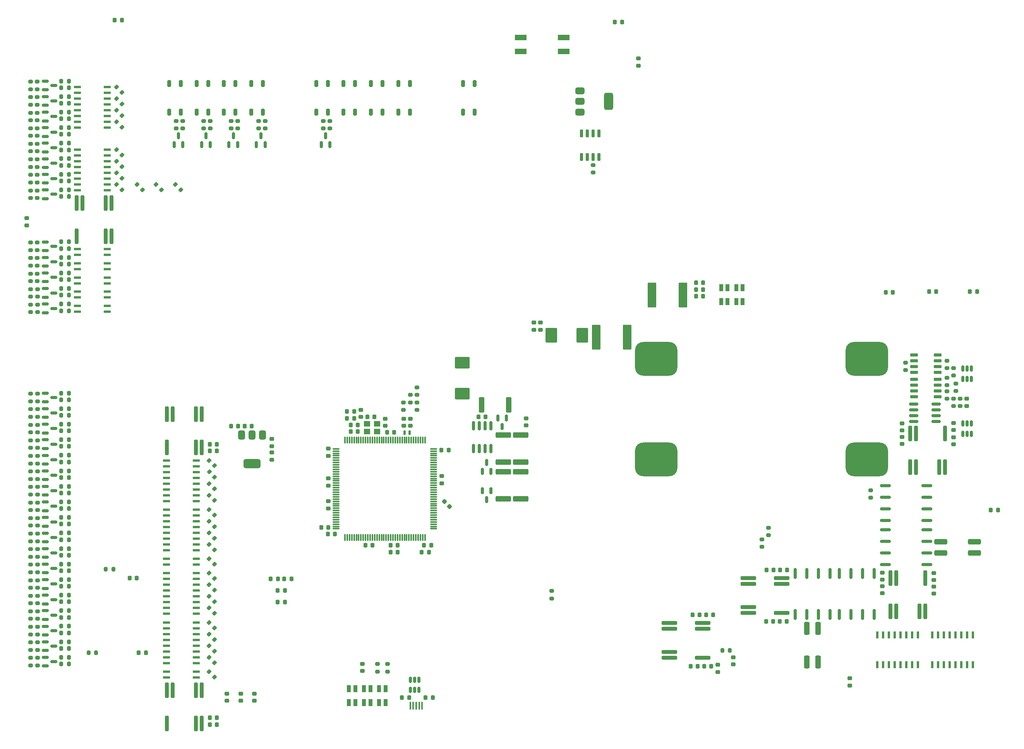
<source format=gtp>
G04 #@! TF.GenerationSoftware,KiCad,Pcbnew,8.0.1*
G04 #@! TF.CreationDate,2024-06-07T00:32:30+03:00*
G04 #@! TF.ProjectId,impeller18,696d7065-6c6c-4657-9231-382e6b696361,rev?*
G04 #@! TF.SameCoordinates,Original*
G04 #@! TF.FileFunction,Paste,Top*
G04 #@! TF.FilePolarity,Positive*
%FSLAX46Y46*%
G04 Gerber Fmt 4.6, Leading zero omitted, Abs format (unit mm)*
G04 Created by KiCad (PCBNEW 8.0.1) date 2024-06-07 00:32:30*
%MOMM*%
%LPD*%
G01*
G04 APERTURE LIST*
G04 Aperture macros list*
%AMRoundRect*
0 Rectangle with rounded corners*
0 $1 Rounding radius*
0 $2 $3 $4 $5 $6 $7 $8 $9 X,Y pos of 4 corners*
0 Add a 4 corners polygon primitive as box body*
4,1,4,$2,$3,$4,$5,$6,$7,$8,$9,$2,$3,0*
0 Add four circle primitives for the rounded corners*
1,1,$1+$1,$2,$3*
1,1,$1+$1,$4,$5*
1,1,$1+$1,$6,$7*
1,1,$1+$1,$8,$9*
0 Add four rect primitives between the rounded corners*
20,1,$1+$1,$2,$3,$4,$5,0*
20,1,$1+$1,$4,$5,$6,$7,0*
20,1,$1+$1,$6,$7,$8,$9,0*
20,1,$1+$1,$8,$9,$2,$3,0*%
G04 Aperture macros list end*
%ADD10RoundRect,0.225000X0.250000X-0.225000X0.250000X0.225000X-0.250000X0.225000X-0.250000X-0.225000X0*%
%ADD11RoundRect,0.250000X0.712500X2.475000X-0.712500X2.475000X-0.712500X-2.475000X0.712500X-2.475000X0*%
%ADD12RoundRect,0.137500X-0.662500X-0.137500X0.662500X-0.137500X0.662500X0.137500X-0.662500X0.137500X0*%
%ADD13RoundRect,0.225000X-0.250000X0.225000X-0.250000X-0.225000X0.250000X-0.225000X0.250000X0.225000X0*%
%ADD14RoundRect,0.200000X0.275000X-0.200000X0.275000X0.200000X-0.275000X0.200000X-0.275000X-0.200000X0*%
%ADD15RoundRect,0.200000X-0.335876X-0.053033X-0.053033X-0.335876X0.335876X0.053033X0.053033X0.335876X0*%
%ADD16RoundRect,0.218750X0.218750X0.256250X-0.218750X0.256250X-0.218750X-0.256250X0.218750X-0.256250X0*%
%ADD17RoundRect,0.200000X-0.275000X0.200000X-0.275000X-0.200000X0.275000X-0.200000X0.275000X0.200000X0*%
%ADD18RoundRect,0.200000X-0.200000X-0.275000X0.200000X-0.275000X0.200000X0.275000X-0.200000X0.275000X0*%
%ADD19RoundRect,0.200000X0.200000X0.275000X-0.200000X0.275000X-0.200000X-0.275000X0.200000X-0.275000X0*%
%ADD20RoundRect,0.150000X-0.825000X-0.150000X0.825000X-0.150000X0.825000X0.150000X-0.825000X0.150000X0*%
%ADD21RoundRect,0.200000X-0.200000X-1.500000X0.200000X-1.500000X0.200000X1.500000X-0.200000X1.500000X0*%
%ADD22RoundRect,0.218750X-0.218750X-0.256250X0.218750X-0.256250X0.218750X0.256250X-0.218750X0.256250X0*%
%ADD23RoundRect,0.150000X-0.587500X-0.150000X0.587500X-0.150000X0.587500X0.150000X-0.587500X0.150000X0*%
%ADD24RoundRect,0.200000X0.200000X0.550000X-0.200000X0.550000X-0.200000X-0.550000X0.200000X-0.550000X0*%
%ADD25RoundRect,0.218750X-0.256250X0.218750X-0.256250X-0.218750X0.256250X-0.218750X0.256250X0.218750X0*%
%ADD26R,1.400000X1.200000*%
%ADD27RoundRect,0.225000X0.225000X0.250000X-0.225000X0.250000X-0.225000X-0.250000X0.225000X-0.250000X0*%
%ADD28RoundRect,0.225000X-0.225000X-0.250000X0.225000X-0.250000X0.225000X0.250000X-0.225000X0.250000X0*%
%ADD29RoundRect,0.300000X-1.125000X-0.300000X1.125000X-0.300000X1.125000X0.300000X-1.125000X0.300000X0*%
%ADD30RoundRect,0.375000X-0.375000X0.625000X-0.375000X-0.625000X0.375000X-0.625000X0.375000X0.625000X0*%
%ADD31RoundRect,0.500000X-1.400000X0.500000X-1.400000X-0.500000X1.400000X-0.500000X1.400000X0.500000X0*%
%ADD32RoundRect,1.850000X2.800000X-1.850000X2.800000X1.850000X-2.800000X1.850000X-2.800000X-1.850000X0*%
%ADD33RoundRect,0.162500X-1.012500X-0.162500X1.012500X-0.162500X1.012500X0.162500X-1.012500X0.162500X0*%
%ADD34RoundRect,0.150000X-0.725000X-0.150000X0.725000X-0.150000X0.725000X0.150000X-0.725000X0.150000X0*%
%ADD35RoundRect,0.150000X0.150000X-0.587500X0.150000X0.587500X-0.150000X0.587500X-0.150000X-0.587500X0*%
%ADD36RoundRect,0.162500X-0.162500X1.012500X-0.162500X-1.012500X0.162500X-1.012500X0.162500X1.012500X0*%
%ADD37RoundRect,0.150000X-0.150000X0.587500X-0.150000X-0.587500X0.150000X-0.587500X0.150000X0.587500X0*%
%ADD38RoundRect,0.250000X1.425000X-0.362500X1.425000X0.362500X-1.425000X0.362500X-1.425000X-0.362500X0*%
%ADD39RoundRect,0.200000X0.200000X1.500000X-0.200000X1.500000X-0.200000X-1.500000X0.200000X-1.500000X0*%
%ADD40RoundRect,0.250000X-1.425000X0.362500X-1.425000X-0.362500X1.425000X-0.362500X1.425000X0.362500X0*%
%ADD41RoundRect,0.137500X0.137500X-0.662500X0.137500X0.662500X-0.137500X0.662500X-0.137500X-0.662500X0*%
%ADD42R,0.900000X1.500000*%
%ADD43RoundRect,0.250000X-0.712500X-2.475000X0.712500X-2.475000X0.712500X2.475000X-0.712500X2.475000X0*%
%ADD44R,0.400000X1.800000*%
%ADD45RoundRect,0.150000X0.150000X-0.725000X0.150000X0.725000X-0.150000X0.725000X-0.150000X-0.725000X0*%
%ADD46RoundRect,0.075000X-0.075000X0.662500X-0.075000X-0.662500X0.075000X-0.662500X0.075000X0.662500X0*%
%ADD47RoundRect,0.075000X-0.662500X0.075000X-0.662500X-0.075000X0.662500X-0.075000X0.662500X0.075000X0*%
%ADD48RoundRect,0.150000X-0.150000X0.825000X-0.150000X-0.825000X0.150000X-0.825000X0.150000X0.825000X0*%
%ADD49R,2.540000X1.270000*%
%ADD50RoundRect,0.300000X-0.300000X1.125000X-0.300000X-1.125000X0.300000X-1.125000X0.300000X1.125000X0*%
%ADD51RoundRect,0.150000X-0.150000X0.512500X-0.150000X-0.512500X0.150000X-0.512500X0.150000X0.512500X0*%
%ADD52RoundRect,0.225000X-0.335876X-0.017678X-0.017678X-0.335876X0.335876X0.017678X0.017678X0.335876X0*%
%ADD53RoundRect,0.218750X0.256250X-0.218750X0.256250X0.218750X-0.256250X0.218750X-0.256250X-0.218750X0*%
%ADD54RoundRect,0.150000X0.725000X0.150000X-0.725000X0.150000X-0.725000X-0.150000X0.725000X-0.150000X0*%
%ADD55RoundRect,0.200000X-1.500000X0.200000X-1.500000X-0.200000X1.500000X-0.200000X1.500000X0.200000X0*%
%ADD56RoundRect,0.250000X1.400000X1.000000X-1.400000X1.000000X-1.400000X-1.000000X1.400000X-1.000000X0*%
%ADD57RoundRect,0.125000X0.125000X-0.375000X0.125000X0.375000X-0.125000X0.375000X-0.125000X-0.375000X0*%
%ADD58RoundRect,0.375000X-0.625000X-0.375000X0.625000X-0.375000X0.625000X0.375000X-0.625000X0.375000X0*%
%ADD59RoundRect,0.500000X-0.500000X-1.400000X0.500000X-1.400000X0.500000X1.400000X-0.500000X1.400000X0*%
%ADD60RoundRect,0.250000X-1.000000X1.400000X-1.000000X-1.400000X1.000000X-1.400000X1.000000X1.400000X0*%
%ADD61RoundRect,0.250000X-0.362500X-1.425000X0.362500X-1.425000X0.362500X1.425000X-0.362500X1.425000X0*%
G04 APERTURE END LIST*
D10*
X163601000Y-161266000D03*
X163601000Y-159716000D03*
D11*
X241158500Y-114570000D03*
X234383500Y-114570000D03*
D12*
X128224000Y-150758000D03*
X128224000Y-152028000D03*
X128224000Y-153298000D03*
X128224000Y-154568000D03*
X128224000Y-155838000D03*
X128224000Y-157108000D03*
X128224000Y-158378000D03*
X128224000Y-159648000D03*
X134724000Y-159648000D03*
X134724000Y-158378000D03*
X134724000Y-157108000D03*
X134724000Y-155838000D03*
X134724000Y-154568000D03*
X134724000Y-153298000D03*
X134724000Y-152028000D03*
X134724000Y-150758000D03*
D13*
X151229000Y-149058999D03*
X151229000Y-150608999D03*
D14*
X99961000Y-165046000D03*
X99961000Y-163396000D03*
D15*
X137518274Y-169178000D03*
X138685000Y-170344726D03*
D16*
X305445500Y-113842000D03*
X303870500Y-113842000D03*
D17*
X298855000Y-128914000D03*
X298855000Y-130564000D03*
D18*
X105190000Y-147707500D03*
X106840000Y-147707500D03*
D17*
X98501000Y-190619000D03*
X98501000Y-192269000D03*
D19*
X106838000Y-67707500D03*
X105188000Y-67707500D03*
D20*
X291567000Y-138444000D03*
X291567000Y-139714000D03*
X291567000Y-140984000D03*
X291567000Y-142254000D03*
X296517000Y-142254000D03*
X296517000Y-140984000D03*
X296517000Y-139714000D03*
X296517000Y-138444000D03*
D15*
X117292343Y-74078000D03*
X118459069Y-75244726D03*
D17*
X98501000Y-142982000D03*
X98501000Y-144632000D03*
D21*
X286524000Y-183852000D03*
X287794000Y-183852000D03*
X292874000Y-183852000D03*
X294144000Y-183852000D03*
X294144000Y-176552000D03*
X287794000Y-176552000D03*
X286524000Y-176552000D03*
D13*
X171068000Y-195337000D03*
X171068000Y-196887000D03*
D22*
X120140500Y-176579000D03*
X121715500Y-176579000D03*
D17*
X98499000Y-103056250D03*
X98499000Y-104706250D03*
D23*
X101677500Y-136052000D03*
X101677500Y-137952000D03*
X103552500Y-137002000D03*
D15*
X117292343Y-87787000D03*
X118459069Y-88953726D03*
D14*
X289812000Y-131009000D03*
X289812000Y-129359000D03*
D23*
X101678000Y-113150000D03*
X101678000Y-115050000D03*
X103553000Y-114100000D03*
D24*
X172926000Y-74526000D03*
X175466000Y-74526000D03*
X175466000Y-68226000D03*
X172926000Y-68226000D03*
D25*
X277597250Y-198475501D03*
X277597250Y-200050501D03*
D16*
X155546500Y-176728000D03*
X153971500Y-176728000D03*
D15*
X137518274Y-197018000D03*
X138685000Y-198184726D03*
X117292343Y-76618000D03*
X118459069Y-77784726D03*
D23*
X101675500Y-109739250D03*
X101675500Y-111639250D03*
X103550500Y-110689250D03*
D26*
X172081000Y-144491000D03*
X174281000Y-144491000D03*
X174281000Y-142791000D03*
X172081000Y-142791000D03*
D19*
X106840000Y-153045500D03*
X105190000Y-153045500D03*
D27*
X163626000Y-165411000D03*
X162076000Y-165411000D03*
D18*
X105190000Y-174930500D03*
X106840000Y-174930500D03*
D19*
X106840000Y-173465500D03*
X105190000Y-173465500D03*
D22*
X308442500Y-161672250D03*
X310017500Y-161672250D03*
D28*
X262311500Y-186002001D03*
X263861500Y-186002001D03*
X137679000Y-147223000D03*
X139229000Y-147223000D03*
D18*
X105190000Y-140901000D03*
X106840000Y-140901000D03*
D29*
X297553000Y-168546000D03*
X304903000Y-168546000D03*
X304903000Y-171046000D03*
X297553000Y-171046000D03*
D17*
X98501000Y-159992000D03*
X98501000Y-161642000D03*
D18*
X105190000Y-168125500D03*
X106840000Y-168125500D03*
D15*
X117292343Y-71538000D03*
X118459069Y-72704726D03*
D18*
X105190000Y-137498500D03*
X106840000Y-137498500D03*
D30*
X149199000Y-145203999D03*
X146899000Y-145203999D03*
D31*
X146899000Y-151503999D03*
D30*
X144599000Y-145203999D03*
D17*
X98499000Y-74651500D03*
X98499000Y-76301500D03*
D14*
X180034000Y-139746500D03*
X180034000Y-138096500D03*
X99961000Y-185464000D03*
X99961000Y-183814000D03*
X99959000Y-104706250D03*
X99959000Y-103056250D03*
D32*
X235325000Y-128553000D03*
X281325000Y-128553000D03*
D33*
X285449000Y-165986000D03*
X285449000Y-168526000D03*
X285449000Y-171066000D03*
X285449000Y-173606000D03*
X294499000Y-173606000D03*
X294499000Y-171066000D03*
X294499000Y-168526000D03*
X294499000Y-165986000D03*
D18*
X105188000Y-69172500D03*
X106838000Y-69172500D03*
D23*
X101677500Y-156465000D03*
X101677500Y-158365000D03*
X103552500Y-157415000D03*
D19*
X106840000Y-136033500D03*
X105190000Y-136033500D03*
D14*
X99959000Y-86507000D03*
X99959000Y-84857000D03*
D15*
X137518274Y-155838000D03*
X138685000Y-157004726D03*
D34*
X291667000Y-133044000D03*
X291667000Y-134314000D03*
X291667000Y-135584000D03*
X291667000Y-136854000D03*
X296817000Y-136854000D03*
X296817000Y-135584000D03*
X296817000Y-134314000D03*
X296817000Y-133044000D03*
D35*
X141866000Y-81593500D03*
X143766000Y-81593500D03*
X142816000Y-79718500D03*
D18*
X105188000Y-72572500D03*
X106838000Y-72572500D03*
D13*
X181575000Y-141622000D03*
X181575000Y-143172000D03*
D23*
X101677500Y-146261000D03*
X101677500Y-148161000D03*
X103552500Y-147211000D03*
D36*
X273283500Y-175482001D03*
X270743500Y-175482001D03*
X268203500Y-175482001D03*
X265663500Y-175482001D03*
X265663500Y-184532001D03*
X268203500Y-184532001D03*
X270743500Y-184532001D03*
X273283500Y-184532001D03*
D23*
X101675500Y-84732000D03*
X101675500Y-86632000D03*
X103550500Y-85682000D03*
D14*
X259832000Y-167178000D03*
X259832000Y-165528000D03*
D17*
X98501000Y-194021000D03*
X98501000Y-195671000D03*
D12*
X108763000Y-104481000D03*
X108763000Y-105751000D03*
X115263000Y-105751000D03*
X115263000Y-104481000D03*
D14*
X99959000Y-79702000D03*
X99959000Y-78052000D03*
D18*
X105188000Y-111185750D03*
X106838000Y-111185750D03*
D17*
X98499000Y-91665000D03*
X98499000Y-93315000D03*
D19*
X106838000Y-71107500D03*
X105188000Y-71107500D03*
D14*
X99961000Y-158240000D03*
X99961000Y-156590000D03*
D19*
X106838000Y-84713500D03*
X105188000Y-84713500D03*
D15*
X137518274Y-177998000D03*
X138685000Y-179164726D03*
D27*
X181256000Y-202685000D03*
X179706000Y-202685000D03*
D28*
X137679000Y-207131001D03*
X139229000Y-207131001D03*
D18*
X105188000Y-92986500D03*
X106838000Y-92986500D03*
D19*
X106838000Y-81311500D03*
X105188000Y-81311500D03*
D28*
X145304000Y-143223999D03*
X146854000Y-143223999D03*
D37*
X202566000Y-141493000D03*
X200666000Y-141493000D03*
X201616000Y-143368000D03*
D38*
X205683000Y-151134500D03*
X205683000Y-145209500D03*
D27*
X186081000Y-169371000D03*
X184531000Y-169371000D03*
D39*
X135884000Y-201056001D03*
X134614000Y-201056001D03*
X129534000Y-201056001D03*
X128264000Y-201056001D03*
X128264000Y-208356001D03*
X134614000Y-208356001D03*
X135884000Y-208356001D03*
D13*
X300315000Y-145699000D03*
X300315000Y-147249000D03*
D35*
X197272000Y-153134500D03*
X199172000Y-153134500D03*
X198222000Y-151259500D03*
D18*
X105190000Y-188536500D03*
X106840000Y-188536500D03*
D40*
X201843000Y-145209500D03*
X201843000Y-151134500D03*
D10*
X206873000Y-143080000D03*
X206873000Y-141530000D03*
D19*
X106840000Y-176867500D03*
X105190000Y-176867500D03*
D16*
X152586500Y-176728000D03*
X151011500Y-176728000D03*
D13*
X188361000Y-154216000D03*
X188361000Y-155766000D03*
D12*
X108763000Y-116949000D03*
X108763000Y-118219000D03*
X115263000Y-118219000D03*
X115263000Y-116949000D03*
D28*
X245799000Y-195831001D03*
X247349000Y-195831001D03*
D41*
X283643000Y-195509001D03*
X284913000Y-195509001D03*
X286183000Y-195509001D03*
X287453000Y-195509001D03*
X288723000Y-195509001D03*
X289993000Y-195509001D03*
X291263000Y-195509001D03*
X292533000Y-195509001D03*
X292533000Y-189009001D03*
X291263000Y-189009001D03*
X289993000Y-189009001D03*
X288723000Y-189009001D03*
X287453000Y-189009001D03*
X286183000Y-189009001D03*
X284913000Y-189009001D03*
X283643000Y-189009001D03*
D24*
X140766000Y-74526000D03*
X143306000Y-74526000D03*
X143306000Y-68226000D03*
X140766000Y-68226000D03*
D42*
X254206000Y-112928000D03*
X254206000Y-116028000D03*
X252806000Y-116028000D03*
X252806000Y-112928000D03*
D17*
X98499000Y-109864250D03*
X98499000Y-111514250D03*
D43*
X222187500Y-123757000D03*
X228962500Y-123757000D03*
D18*
X105190000Y-185135500D03*
X106840000Y-185135500D03*
D23*
X101677500Y-183689000D03*
X101677500Y-185589000D03*
X103552500Y-184639000D03*
D42*
X250906000Y-112928000D03*
X250906000Y-116028000D03*
X249506000Y-116028000D03*
X249506000Y-112928000D03*
D24*
X166926000Y-74526000D03*
X169466000Y-74526000D03*
X169466000Y-68226000D03*
X166926000Y-68226000D03*
D17*
X137766000Y-76431000D03*
X137766000Y-78081000D03*
D19*
X106838000Y-88117500D03*
X105188000Y-88117500D03*
D12*
X128224000Y-175458000D03*
X128224000Y-176728000D03*
X128224000Y-177998000D03*
X128224000Y-179268000D03*
X128224000Y-180538000D03*
X128224000Y-181808000D03*
X128224000Y-183078000D03*
X128224000Y-184348000D03*
X134724000Y-184348000D03*
X134724000Y-183078000D03*
X134724000Y-181808000D03*
X134724000Y-180538000D03*
X134724000Y-179268000D03*
X134724000Y-177998000D03*
X134724000Y-176728000D03*
X134724000Y-175458000D03*
D19*
X106840000Y-180270000D03*
X105190000Y-180270000D03*
D14*
X99959000Y-83105000D03*
X99959000Y-81455000D03*
D15*
X137518274Y-180538000D03*
X138685000Y-181704726D03*
D18*
X105190000Y-191940500D03*
X106840000Y-191940500D03*
D23*
X101677500Y-153064000D03*
X101677500Y-154964000D03*
X103552500Y-154014000D03*
D10*
X163601000Y-149766000D03*
X163601000Y-148216000D03*
D27*
X178756000Y-170831000D03*
X177206000Y-170831000D03*
D17*
X298854000Y-132644000D03*
X298854000Y-134294000D03*
D15*
X137518274Y-175458000D03*
X138685000Y-176624726D03*
D19*
X106838000Y-91521500D03*
X105188000Y-91521500D03*
D18*
X105188000Y-86178500D03*
X106838000Y-86178500D03*
D12*
X128224000Y-172318000D03*
X128224000Y-173588000D03*
X134724000Y-173588000D03*
X134724000Y-172318000D03*
D23*
X101677500Y-187090000D03*
X101677500Y-188990000D03*
X103552500Y-188040000D03*
D14*
X300845000Y-135559000D03*
X300845000Y-133909000D03*
D19*
X106840000Y-139436000D03*
X105190000Y-139436000D03*
D17*
X98501500Y-113275000D03*
X98501500Y-114925000D03*
D32*
X235325000Y-150553000D03*
X281325000Y-150553000D03*
D10*
X295969000Y-176958000D03*
X295969000Y-175408000D03*
X163601000Y-156266000D03*
X163601000Y-154716000D03*
D14*
X99961000Y-144632000D03*
X99961000Y-142982000D03*
D28*
X184031000Y-170831000D03*
X185581000Y-170831000D03*
D10*
X208541000Y-122148000D03*
X208541000Y-120598000D03*
D23*
X101677500Y-142857000D03*
X101677500Y-144757000D03*
X103552500Y-143807000D03*
D14*
X99961000Y-148036000D03*
X99961000Y-146386000D03*
X99961500Y-114925000D03*
X99961500Y-113275000D03*
D23*
X101677500Y-190494000D03*
X101677500Y-192394000D03*
X103552500Y-191444000D03*
D14*
X300315000Y-132214000D03*
X300315000Y-130564000D03*
D15*
X125935637Y-90327000D03*
X127102363Y-91493726D03*
D27*
X244791000Y-184570501D03*
X243241000Y-184570501D03*
D23*
X101677500Y-166679000D03*
X101677500Y-168579000D03*
X103552500Y-167629000D03*
D28*
X168456000Y-143001000D03*
X170006000Y-143001000D03*
D15*
X137518274Y-158378000D03*
X138685000Y-159544726D03*
D17*
X98499000Y-81455000D03*
X98499000Y-83105000D03*
D25*
X141434000Y-201824500D03*
X141434000Y-203399500D03*
D28*
X246201000Y-184570501D03*
X247751000Y-184570501D03*
D10*
X289051000Y-144194000D03*
X289051000Y-142644000D03*
D18*
X105188000Y-82776500D03*
X106838000Y-82776500D03*
D17*
X98499000Y-84857000D03*
X98499000Y-86507000D03*
D18*
X105190000Y-151109000D03*
X106840000Y-151109000D03*
D17*
X98501000Y-187215000D03*
X98501000Y-188865000D03*
D14*
X99961000Y-151437500D03*
X99961000Y-149787500D03*
D17*
X98499000Y-78052000D03*
X98499000Y-79702000D03*
D18*
X114910000Y-174560000D03*
X116560000Y-174560000D03*
D22*
X122135500Y-192909000D03*
X123710500Y-192909000D03*
D19*
X106840000Y-166660500D03*
X105190000Y-166660500D03*
D18*
X105190500Y-114596500D03*
X106840500Y-114596500D03*
D17*
X98501500Y-116677000D03*
X98501500Y-118327000D03*
D44*
X181506000Y-204483000D03*
X182156000Y-204483000D03*
X182806000Y-204483000D03*
X183456000Y-204483000D03*
X184106000Y-204483000D03*
D16*
X154066500Y-179268000D03*
X152491500Y-179268000D03*
D15*
X117292343Y-68998000D03*
X118459069Y-70164726D03*
D14*
X99961000Y-141229500D03*
X99961000Y-139579500D03*
D23*
X101675500Y-81330000D03*
X101675500Y-83230000D03*
X103550500Y-82280000D03*
D45*
X218924000Y-84301000D03*
X220194000Y-84301000D03*
X221464000Y-84301000D03*
X222734000Y-84301000D03*
X222734000Y-79151000D03*
X221464000Y-79151000D03*
X220194000Y-79151000D03*
X218924000Y-79151000D03*
D27*
X245536000Y-111886000D03*
X243986000Y-111886000D03*
D18*
X105188000Y-104377750D03*
X106838000Y-104377750D03*
D14*
X99961000Y-195671000D03*
X99961000Y-194021000D03*
D17*
X98499000Y-106464250D03*
X98499000Y-108114250D03*
D19*
X106840000Y-156446500D03*
X105190000Y-156446500D03*
D17*
X98499000Y-67851000D03*
X98499000Y-69501000D03*
D23*
X101675500Y-67726000D03*
X101675500Y-69626000D03*
X103550500Y-68676000D03*
D17*
X98501000Y-180413500D03*
X98501000Y-182063500D03*
D22*
X116890000Y-54355000D03*
X118465000Y-54355000D03*
D14*
X99961000Y-154839000D03*
X99961000Y-153189000D03*
D27*
X165026000Y-166871000D03*
X163476000Y-166871000D03*
D42*
X172815500Y-200742000D03*
X172815500Y-203842000D03*
X171415500Y-203842000D03*
X171415500Y-200742000D03*
D23*
X101675500Y-77927000D03*
X101675500Y-79827000D03*
X103550500Y-78877000D03*
D42*
X169515500Y-200742000D03*
X169515500Y-203842000D03*
X168115500Y-203842000D03*
X168115500Y-200742000D03*
D17*
X98501000Y-153189000D03*
X98501000Y-154839000D03*
X149766000Y-76431000D03*
X149766000Y-78081000D03*
X98501000Y-139579500D03*
X98501000Y-141229500D03*
D18*
X105190000Y-181735000D03*
X106840000Y-181735000D03*
D15*
X137518274Y-166638000D03*
X138685000Y-167804726D03*
D16*
X186431500Y-202685000D03*
X184856500Y-202685000D03*
D14*
X99961000Y-192269000D03*
X99961000Y-190619000D03*
D12*
X108763000Y-68998000D03*
X108763000Y-70268000D03*
X108763000Y-71538000D03*
X108763000Y-72808000D03*
X108763000Y-74078000D03*
X108763000Y-75348000D03*
X108763000Y-76618000D03*
X108763000Y-77888000D03*
X115263000Y-77888000D03*
X115263000Y-76618000D03*
X115263000Y-75348000D03*
X115263000Y-74078000D03*
X115263000Y-72808000D03*
X115263000Y-71538000D03*
X115263000Y-70268000D03*
X115263000Y-68998000D03*
D28*
X176431000Y-144611000D03*
X177981000Y-144611000D03*
D19*
X106840000Y-190475500D03*
X105190000Y-190475500D03*
D14*
X99961000Y-175259000D03*
X99961000Y-173609000D03*
D16*
X227851750Y-54806000D03*
X226276750Y-54806000D03*
D17*
X98501000Y-156590000D03*
X98501000Y-158240000D03*
X131766000Y-76431000D03*
X131766000Y-78081000D03*
D46*
X184731000Y-146328500D03*
X184231000Y-146328500D03*
X183731000Y-146328500D03*
X183231000Y-146328500D03*
X182731000Y-146328500D03*
X182231000Y-146328500D03*
X181731000Y-146328500D03*
X181231000Y-146328500D03*
X180731000Y-146328500D03*
X180231000Y-146328500D03*
X179731000Y-146328500D03*
X179231000Y-146328500D03*
X178731000Y-146328500D03*
X178231000Y-146328500D03*
X177731000Y-146328500D03*
X177231000Y-146328500D03*
X176731000Y-146328500D03*
X176231000Y-146328500D03*
X175731000Y-146328500D03*
X175231000Y-146328500D03*
X174731000Y-146328500D03*
X174231000Y-146328500D03*
X173731000Y-146328500D03*
X173231000Y-146328500D03*
X172731000Y-146328500D03*
X172231000Y-146328500D03*
X171731000Y-146328500D03*
X171231000Y-146328500D03*
X170731000Y-146328500D03*
X170231000Y-146328500D03*
X169731000Y-146328500D03*
X169231000Y-146328500D03*
X168731000Y-146328500D03*
X168231000Y-146328500D03*
X167731000Y-146328500D03*
X167231000Y-146328500D03*
D47*
X165318500Y-148241000D03*
X165318500Y-148741000D03*
X165318500Y-149241000D03*
X165318500Y-149741000D03*
X165318500Y-150241000D03*
X165318500Y-150741000D03*
X165318500Y-151241000D03*
X165318500Y-151741000D03*
X165318500Y-152241000D03*
X165318500Y-152741000D03*
X165318500Y-153241000D03*
X165318500Y-153741000D03*
X165318500Y-154241000D03*
X165318500Y-154741000D03*
X165318500Y-155241000D03*
X165318500Y-155741000D03*
X165318500Y-156241000D03*
X165318500Y-156741000D03*
X165318500Y-157241000D03*
X165318500Y-157741000D03*
X165318500Y-158241000D03*
X165318500Y-158741000D03*
X165318500Y-159241000D03*
X165318500Y-159741000D03*
X165318500Y-160241000D03*
X165318500Y-160741000D03*
X165318500Y-161241000D03*
X165318500Y-161741000D03*
X165318500Y-162241000D03*
X165318500Y-162741000D03*
X165318500Y-163241000D03*
X165318500Y-163741000D03*
X165318500Y-164241000D03*
X165318500Y-164741000D03*
X165318500Y-165241000D03*
X165318500Y-165741000D03*
D46*
X167231000Y-167653500D03*
X167731000Y-167653500D03*
X168231000Y-167653500D03*
X168731000Y-167653500D03*
X169231000Y-167653500D03*
X169731000Y-167653500D03*
X170231000Y-167653500D03*
X170731000Y-167653500D03*
X171231000Y-167653500D03*
X171731000Y-167653500D03*
X172231000Y-167653500D03*
X172731000Y-167653500D03*
X173231000Y-167653500D03*
X173731000Y-167653500D03*
X174231000Y-167653500D03*
X174731000Y-167653500D03*
X175231000Y-167653500D03*
X175731000Y-167653500D03*
X176231000Y-167653500D03*
X176731000Y-167653500D03*
X177231000Y-167653500D03*
X177731000Y-167653500D03*
X178231000Y-167653500D03*
X178731000Y-167653500D03*
X179231000Y-167653500D03*
X179731000Y-167653500D03*
X180231000Y-167653500D03*
X180731000Y-167653500D03*
X181231000Y-167653500D03*
X181731000Y-167653500D03*
X182231000Y-167653500D03*
X182731000Y-167653500D03*
X183231000Y-167653500D03*
X183731000Y-167653500D03*
X184231000Y-167653500D03*
X184731000Y-167653500D03*
D47*
X186643500Y-165741000D03*
X186643500Y-165241000D03*
X186643500Y-164741000D03*
X186643500Y-164241000D03*
X186643500Y-163741000D03*
X186643500Y-163241000D03*
X186643500Y-162741000D03*
X186643500Y-162241000D03*
X186643500Y-161741000D03*
X186643500Y-161241000D03*
X186643500Y-160741000D03*
X186643500Y-160241000D03*
X186643500Y-159741000D03*
X186643500Y-159241000D03*
X186643500Y-158741000D03*
X186643500Y-158241000D03*
X186643500Y-157741000D03*
X186643500Y-157241000D03*
X186643500Y-156741000D03*
X186643500Y-156241000D03*
X186643500Y-155741000D03*
X186643500Y-155241000D03*
X186643500Y-154741000D03*
X186643500Y-154241000D03*
X186643500Y-153741000D03*
X186643500Y-153241000D03*
X186643500Y-152741000D03*
X186643500Y-152241000D03*
X186643500Y-151741000D03*
X186643500Y-151241000D03*
X186643500Y-150741000D03*
X186643500Y-150241000D03*
X186643500Y-149741000D03*
X186643500Y-149241000D03*
X186643500Y-148741000D03*
X186643500Y-148241000D03*
D39*
X116203000Y-94405000D03*
X114933000Y-94405000D03*
X109853000Y-94405000D03*
X108583000Y-94405000D03*
X108583000Y-101705000D03*
X114933000Y-101705000D03*
X116203000Y-101705000D03*
D38*
X205683000Y-159184500D03*
X205683000Y-153259500D03*
D27*
X245536000Y-113346000D03*
X243986000Y-113346000D03*
X260985500Y-174736501D03*
X259435500Y-174736501D03*
D23*
X101675500Y-71126000D03*
X101675500Y-73026000D03*
X103550500Y-72076000D03*
D33*
X285449000Y-156306000D03*
X285449000Y-158846000D03*
X285449000Y-161386000D03*
X285449000Y-163926000D03*
X294499000Y-163926000D03*
X294499000Y-161386000D03*
X294499000Y-158846000D03*
X294499000Y-156306000D03*
D15*
X137518274Y-188798000D03*
X138685000Y-189964726D03*
D19*
X106840000Y-149644000D03*
X105190000Y-149644000D03*
X106840000Y-183670500D03*
X105190000Y-183670500D03*
D27*
X244389000Y-195831001D03*
X242839000Y-195831001D03*
D15*
X137518274Y-183078000D03*
X138685000Y-184244726D03*
D18*
X105188000Y-79373500D03*
X106838000Y-79373500D03*
D17*
X98501000Y-136177000D03*
X98501000Y-137827000D03*
D42*
X176115500Y-200742000D03*
X176115500Y-203842000D03*
X174715500Y-203842000D03*
X174715500Y-200742000D03*
D18*
X111170000Y-192909000D03*
X112820000Y-192909000D03*
D10*
X210001000Y-122148000D03*
X210001000Y-120598000D03*
D28*
X137679000Y-208591001D03*
X139229000Y-208591001D03*
D23*
X101675500Y-102931250D03*
X101675500Y-104831250D03*
X103550500Y-103881250D03*
D14*
X182954000Y-136446500D03*
X182954000Y-134796500D03*
D19*
X106838000Y-77908500D03*
X105188000Y-77908500D03*
D14*
X130306000Y-78081000D03*
X130306000Y-76431000D03*
D15*
X117292343Y-85247000D03*
X118459069Y-86413726D03*
D18*
X105190000Y-195342500D03*
X106840000Y-195342500D03*
X105190500Y-117998500D03*
X106840500Y-117998500D03*
D23*
X101677500Y-180288500D03*
X101677500Y-182188500D03*
X103552500Y-181238500D03*
D13*
X295969000Y-178368000D03*
X295969000Y-179918000D03*
D17*
X98499000Y-88261000D03*
X98499000Y-89911000D03*
D18*
X105190000Y-171528500D03*
X106840000Y-171528500D03*
D48*
X199116000Y-143201500D03*
X197846000Y-143201500D03*
X196576000Y-143201500D03*
X195306000Y-143201500D03*
X195306000Y-148151500D03*
X196576000Y-148151500D03*
X197846000Y-148151500D03*
X199116000Y-148151500D03*
D49*
X205625000Y-61195998D03*
X205625000Y-58195998D03*
X215025000Y-61195998D03*
X215025000Y-58195998D03*
D14*
X99961000Y-168454000D03*
X99961000Y-166804000D03*
D18*
X105190000Y-154510500D03*
X106840000Y-154510500D03*
D23*
X101677500Y-149662500D03*
X101677500Y-151562500D03*
X103552500Y-150612500D03*
D15*
X137518274Y-193878000D03*
X138685000Y-195044726D03*
D14*
X136306000Y-78081000D03*
X136306000Y-76431000D03*
D17*
X298861000Y-135604000D03*
X298861000Y-137254000D03*
D12*
X108763000Y-107601000D03*
X108763000Y-108871000D03*
X115263000Y-108871000D03*
X115263000Y-107601000D03*
D50*
X270723500Y-187586001D03*
X270723500Y-194936001D03*
X268223500Y-194936001D03*
X268223500Y-187586001D03*
D24*
X146766000Y-74526000D03*
X149306000Y-74526000D03*
X149306000Y-68226000D03*
X146766000Y-68226000D03*
D19*
X106838000Y-102912750D03*
X105188000Y-102912750D03*
D25*
X144434000Y-201824500D03*
X144434000Y-203399500D03*
D35*
X147866000Y-81593500D03*
X149766000Y-81593500D03*
X148816000Y-79718500D03*
D19*
X106840500Y-116533500D03*
X105190500Y-116533500D03*
D14*
X99959000Y-108114250D03*
X99959000Y-106464250D03*
X99961000Y-161642000D03*
X99961000Y-159992000D03*
D15*
X130122000Y-90327000D03*
X131288726Y-91493726D03*
D18*
X105188000Y-89582500D03*
X106838000Y-89582500D03*
D15*
X137518274Y-161558000D03*
X138685000Y-162724726D03*
D22*
X294976500Y-113842000D03*
X296551500Y-113842000D03*
D14*
X162466000Y-78081000D03*
X162466000Y-76431000D03*
D18*
X105188000Y-75973000D03*
X106838000Y-75973000D03*
D14*
X221463000Y-87731000D03*
X221463000Y-86081000D03*
D28*
X262395500Y-174736501D03*
X263945500Y-174736501D03*
D15*
X137518274Y-172318000D03*
X138685000Y-173484726D03*
D51*
X183431000Y-198767500D03*
X182481000Y-198767500D03*
X181531000Y-198767500D03*
X181531000Y-201042500D03*
X182481000Y-201042500D03*
X183431000Y-201042500D03*
D41*
X295643000Y-195509001D03*
X296913000Y-195509001D03*
X298183000Y-195509001D03*
X299453000Y-195509001D03*
X300723000Y-195509001D03*
X301993000Y-195509001D03*
X303263000Y-195509001D03*
X304533000Y-195509001D03*
X304533000Y-189009001D03*
X303263000Y-189009001D03*
X301993000Y-189009001D03*
X300723000Y-189009001D03*
X299453000Y-189009001D03*
X298183000Y-189009001D03*
X296913000Y-189009001D03*
X295643000Y-189009001D03*
D17*
X182954000Y-138096500D03*
X182954000Y-139746500D03*
D12*
X128224000Y-186258000D03*
X128224000Y-187528000D03*
X128224000Y-188798000D03*
X128224000Y-190068000D03*
X128224000Y-191338000D03*
X128224000Y-192608000D03*
X128224000Y-193878000D03*
X128224000Y-195148000D03*
X134724000Y-195148000D03*
X134724000Y-193878000D03*
X134724000Y-192608000D03*
X134724000Y-191338000D03*
X134724000Y-190068000D03*
X134724000Y-188798000D03*
X134724000Y-187528000D03*
X134724000Y-186258000D03*
D52*
X188995698Y-159741000D03*
X190091714Y-160837016D03*
D14*
X300321000Y-138904000D03*
X300321000Y-137254000D03*
D53*
X252162000Y-195456003D03*
X252162000Y-193881003D03*
D54*
X296817000Y-131454000D03*
X296817000Y-130184000D03*
X296817000Y-128914000D03*
X296817000Y-127644000D03*
X291667000Y-127644000D03*
X291667000Y-128914000D03*
X291667000Y-130184000D03*
X291667000Y-131454000D03*
D23*
X101675500Y-74526500D03*
X101675500Y-76426500D03*
X103550500Y-75476500D03*
D27*
X260901500Y-186002001D03*
X259351500Y-186002001D03*
X143894000Y-143223999D03*
X142344000Y-143223999D03*
D23*
X101675500Y-88136000D03*
X101675500Y-90036000D03*
X103550500Y-89086000D03*
D10*
X284703500Y-176874000D03*
X284703500Y-175324000D03*
D19*
X106840000Y-163252500D03*
X105190000Y-163252500D03*
X251406000Y-192383502D03*
X249756000Y-192383502D03*
D17*
X98499000Y-71251000D03*
X98499000Y-72901000D03*
X98501000Y-173609000D03*
X98501000Y-175259000D03*
D55*
X238196000Y-186391001D03*
X238196000Y-187661001D03*
X238196000Y-192741001D03*
X238196000Y-194011001D03*
X245496000Y-194011001D03*
X245496000Y-187661001D03*
X245496000Y-186391001D03*
D15*
X137518274Y-164098000D03*
X138685000Y-165264726D03*
D19*
X106838000Y-109720750D03*
X105188000Y-109720750D03*
D17*
X163926000Y-76431000D03*
X163926000Y-78081000D03*
D14*
X142306000Y-78081000D03*
X142306000Y-76431000D03*
D35*
X129866000Y-81593500D03*
X131766000Y-81593500D03*
X130816000Y-79718500D03*
D28*
X137679000Y-148683000D03*
X139229000Y-148683000D03*
D14*
X99961000Y-171857000D03*
X99961000Y-170207000D03*
D18*
X105190000Y-161313500D03*
X106840000Y-161313500D03*
D36*
X282963500Y-175482001D03*
X280423500Y-175482001D03*
X277883500Y-175482001D03*
X275343500Y-175482001D03*
X275343500Y-184532001D03*
X277883500Y-184532001D03*
X280423500Y-184532001D03*
X282963500Y-184532001D03*
D14*
X176565000Y-196987000D03*
X176565000Y-195337000D03*
D12*
X128224000Y-161558000D03*
X128224000Y-162828000D03*
X128224000Y-164098000D03*
X128224000Y-165368000D03*
X128224000Y-166638000D03*
X128224000Y-167908000D03*
X128224000Y-169178000D03*
X128224000Y-170448000D03*
X134724000Y-170448000D03*
X134724000Y-169178000D03*
X134724000Y-167908000D03*
X134724000Y-166638000D03*
X134724000Y-165368000D03*
X134724000Y-164098000D03*
X134724000Y-162828000D03*
X134724000Y-161558000D03*
D23*
X101677500Y-173484000D03*
X101677500Y-175384000D03*
X103552500Y-174434000D03*
D19*
X106840000Y-146242500D03*
X105190000Y-146242500D03*
D14*
X99959000Y-76301500D03*
X99959000Y-74651500D03*
D18*
X105188000Y-107785750D03*
X106838000Y-107785750D03*
D24*
X134766000Y-74526000D03*
X137306000Y-74526000D03*
X137306000Y-68226000D03*
X134766000Y-68226000D03*
D14*
X99961000Y-188865000D03*
X99961000Y-187215000D03*
D17*
X98501000Y-149787500D03*
X98501000Y-151437500D03*
D14*
X99959000Y-93315000D03*
X99959000Y-91665000D03*
D12*
X108763000Y-113829000D03*
X108763000Y-115099000D03*
X115263000Y-115099000D03*
X115263000Y-113829000D03*
D17*
X143766000Y-76431000D03*
X143766000Y-78081000D03*
D19*
X106838000Y-74508000D03*
X105188000Y-74508000D03*
D56*
X192886000Y-136169500D03*
X192886000Y-129369500D03*
D14*
X181494000Y-138096500D03*
X181494000Y-136446500D03*
X99959000Y-69501000D03*
X99959000Y-67851000D03*
D28*
X188338000Y-148491000D03*
X189888000Y-148491000D03*
D37*
X199172000Y-157434500D03*
X197272000Y-157434500D03*
X198222000Y-159309500D03*
D13*
X284703500Y-178284000D03*
X284703500Y-179834000D03*
D17*
X282244000Y-157320000D03*
X282244000Y-158970000D03*
D24*
X128766000Y-74526000D03*
X131306000Y-74526000D03*
X131306000Y-68226000D03*
X128766000Y-68226000D03*
D27*
X173256000Y-169371000D03*
X171706000Y-169371000D03*
D19*
X106840000Y-142838500D03*
X105190000Y-142838500D03*
D14*
X99961000Y-182063500D03*
X99961000Y-180413500D03*
X99961500Y-118327000D03*
X99961500Y-116677000D03*
D19*
X106840000Y-187071500D03*
X105190000Y-187071500D03*
X106840000Y-170063500D03*
X105190000Y-170063500D03*
D18*
X105190000Y-144303500D03*
X106840000Y-144303500D03*
D27*
X169231000Y-141541000D03*
X167681000Y-141541000D03*
D23*
X101678000Y-116552000D03*
X101678000Y-118452000D03*
X103553000Y-117502000D03*
D24*
X160926000Y-74526000D03*
X163466000Y-74526000D03*
X163466000Y-68226000D03*
X160926000Y-68226000D03*
D15*
X137518274Y-191338000D03*
X138685000Y-192504726D03*
D10*
X151229000Y-147648999D03*
X151229000Y-146098999D03*
D19*
X106838000Y-106320750D03*
X105188000Y-106320750D03*
D14*
X174368000Y-196987000D03*
X174368000Y-195337000D03*
D12*
X108763000Y-82707000D03*
X108763000Y-83977000D03*
X108763000Y-85247000D03*
X108763000Y-86517000D03*
X108763000Y-87787000D03*
X108763000Y-89057000D03*
X108763000Y-90327000D03*
X108763000Y-91597000D03*
X115263000Y-91597000D03*
X115263000Y-90327000D03*
X115263000Y-89057000D03*
X115263000Y-87787000D03*
X115263000Y-86517000D03*
X115263000Y-85247000D03*
X115263000Y-83977000D03*
X115263000Y-82707000D03*
D51*
X304225000Y-130671500D03*
X303275000Y-130671500D03*
X302325000Y-130671500D03*
X302325000Y-132946500D03*
X303275000Y-132946500D03*
X304225000Y-132946500D03*
D12*
X128224000Y-197018000D03*
X128224000Y-198288000D03*
X134724000Y-198288000D03*
X134724000Y-197018000D03*
D53*
X231426000Y-64339500D03*
X231426000Y-62764500D03*
D15*
X137518274Y-186258000D03*
X138685000Y-187424726D03*
D14*
X148306000Y-78081000D03*
X148306000Y-76431000D03*
D21*
X290872000Y-152199000D03*
X292142000Y-152199000D03*
X297222000Y-152199000D03*
X298492000Y-152199000D03*
X298492000Y-144899000D03*
X292142000Y-144899000D03*
X290872000Y-144899000D03*
D23*
X101677500Y-139454500D03*
X101677500Y-141354500D03*
X103552500Y-140404500D03*
D25*
X147434000Y-201824500D03*
X147434000Y-203399500D03*
D13*
X180115000Y-141622000D03*
X180115000Y-143172000D03*
X289051000Y-145604000D03*
X289051000Y-147154000D03*
D22*
X285476500Y-113945000D03*
X287051500Y-113945000D03*
D28*
X168456000Y-144461000D03*
X170006000Y-144461000D03*
D40*
X201843000Y-153259500D03*
X201843000Y-159184500D03*
D51*
X304225000Y-142671500D03*
X303275000Y-142671500D03*
X302325000Y-142671500D03*
X302325000Y-144946500D03*
X303275000Y-144946500D03*
X304225000Y-144946500D03*
D17*
X98501000Y-177011000D03*
X98501000Y-178661000D03*
X258372000Y-168054000D03*
X258372000Y-169704000D03*
D15*
X117292343Y-90327000D03*
X118459069Y-91493726D03*
D18*
X105190000Y-157911500D03*
X106840000Y-157911500D03*
D14*
X99959000Y-89911000D03*
X99959000Y-88261000D03*
D19*
X106840000Y-159848500D03*
X105190000Y-159848500D03*
D14*
X99961000Y-137827000D03*
X99961000Y-136177000D03*
D23*
X101677500Y-163271000D03*
X101677500Y-165171000D03*
X103552500Y-164221000D03*
D27*
X178756000Y-169371000D03*
X177206000Y-169371000D03*
D57*
X180295000Y-144666000D03*
X181395000Y-144666000D03*
D15*
X121749274Y-90327000D03*
X122916000Y-91493726D03*
D18*
X105190000Y-164717500D03*
X106840000Y-164717500D03*
D27*
X169231000Y-140081000D03*
X167681000Y-140081000D03*
D17*
X98501000Y-166804000D03*
X98501000Y-168454000D03*
D53*
X303241000Y-138866500D03*
X303241000Y-137291500D03*
D18*
X105190000Y-178332500D03*
X106840000Y-178332500D03*
D10*
X248785999Y-197096000D03*
X248785999Y-195546000D03*
D14*
X99959000Y-111514250D03*
X99959000Y-109864250D03*
D17*
X98501000Y-183814000D03*
X98501000Y-185464000D03*
D23*
X101677500Y-176886000D03*
X101677500Y-178786000D03*
X103552500Y-177836000D03*
D55*
X255417500Y-176557001D03*
X255417500Y-177827001D03*
X255417500Y-182907001D03*
X255417500Y-184177001D03*
X262717500Y-184177001D03*
X262717500Y-177827001D03*
X262717500Y-176557001D03*
D16*
X154066500Y-181808000D03*
X152491500Y-181808000D03*
D23*
X101675500Y-106339250D03*
X101675500Y-108239250D03*
X103550500Y-107289250D03*
D58*
X218623678Y-69876000D03*
X218623678Y-72176000D03*
D59*
X224923678Y-72176000D03*
D58*
X218623678Y-74476000D03*
D39*
X135884000Y-140653000D03*
X134614000Y-140653000D03*
X129534000Y-140653000D03*
X128264000Y-140653000D03*
X128264000Y-147953000D03*
X134614000Y-147953000D03*
X135884000Y-147953000D03*
D27*
X173658000Y-141207000D03*
X172108000Y-141207000D03*
D60*
X219148000Y-123348000D03*
X212348000Y-123348000D03*
D15*
X137518274Y-150758000D03*
X138685000Y-151924726D03*
D12*
X108763000Y-110720000D03*
X108763000Y-111990000D03*
X115263000Y-111990000D03*
X115263000Y-110720000D03*
D23*
X101677500Y-193896000D03*
X101677500Y-195796000D03*
X103552500Y-194846000D03*
X101675500Y-91540000D03*
X101675500Y-93440000D03*
X103550500Y-92490000D03*
D24*
X193086000Y-74526000D03*
X195626000Y-74526000D03*
X195626000Y-68226000D03*
X193086000Y-68226000D03*
D10*
X300315000Y-144099000D03*
X300315000Y-142549000D03*
D23*
X101677500Y-170082000D03*
X101677500Y-171982000D03*
X103552500Y-171032000D03*
D15*
X117292343Y-82707000D03*
X118459069Y-83873726D03*
D19*
X106840000Y-193877500D03*
X105190000Y-193877500D03*
D14*
X99961000Y-178661000D03*
X99961000Y-177011000D03*
D35*
X162026000Y-81593500D03*
X163926000Y-81593500D03*
X162976000Y-79718500D03*
D17*
X212466000Y-179352000D03*
X212466000Y-181002000D03*
X98501000Y-163396000D03*
X98501000Y-165046000D03*
D14*
X99959000Y-72901000D03*
X99959000Y-71251000D03*
D27*
X245536000Y-114809000D03*
X243986000Y-114809000D03*
D61*
X197102500Y-138589500D03*
X203027500Y-138589500D03*
D13*
X176014000Y-141622000D03*
X176014000Y-143172000D03*
D10*
X170670000Y-141234000D03*
X170670000Y-139684000D03*
D25*
X97598000Y-97743500D03*
X97598000Y-99318500D03*
D17*
X98501000Y-146386000D03*
X98501000Y-148036000D03*
D19*
X106840500Y-113131500D03*
X105190500Y-113131500D03*
D35*
X135866000Y-81593500D03*
X137766000Y-81593500D03*
X136816000Y-79718500D03*
D28*
X196426000Y-141243500D03*
X197976000Y-141243500D03*
D24*
X178926000Y-74526000D03*
X181466000Y-74526000D03*
X181466000Y-68226000D03*
X178926000Y-68226000D03*
D17*
X98501000Y-170207000D03*
X98501000Y-171857000D03*
D14*
X301781000Y-138904000D03*
X301781000Y-137254000D03*
D15*
X137561274Y-153255000D03*
X138728000Y-154421726D03*
D23*
X101677500Y-159867000D03*
X101677500Y-161767000D03*
X103552500Y-160817000D03*
M02*

</source>
